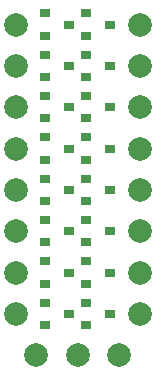
<source format=gts>
%TF.GenerationSoftware,KiCad,Pcbnew,(5.1.9)-1*%
%TF.CreationDate,2022-08-31T17:27:34+02:00*%
%TF.ProjectId,tristate,74726973-7461-4746-952e-6b696361645f,rev?*%
%TF.SameCoordinates,Original*%
%TF.FileFunction,Soldermask,Top*%
%TF.FilePolarity,Negative*%
%FSLAX46Y46*%
G04 Gerber Fmt 4.6, Leading zero omitted, Abs format (unit mm)*
G04 Created by KiCad (PCBNEW (5.1.9)-1) date 2022-08-31 17:27:34*
%MOMM*%
%LPD*%
G01*
G04 APERTURE LIST*
%ADD10C,2.000000*%
%ADD11R,0.900000X0.800000*%
G04 APERTURE END LIST*
D10*
%TO.C,OUT2*%
X140000000Y-80500000D03*
%TD*%
%TO.C,IN6*%
X138250000Y-91000000D03*
%TD*%
%TO.C,IN5*%
X131250000Y-91000000D03*
%TD*%
%TO.C,IN4*%
X134750000Y-91000000D03*
%TD*%
D11*
%TO.C,Q15*%
X134000000Y-63000000D03*
X132000000Y-63950000D03*
X132000000Y-62050000D03*
%TD*%
%TO.C,Q11*%
X137500000Y-63000000D03*
X135500000Y-63950000D03*
X135500000Y-62050000D03*
%TD*%
%TO.C,Q14*%
X134000000Y-66500000D03*
X132000000Y-67450000D03*
X132000000Y-65550000D03*
%TD*%
%TO.C,Q10*%
X137500000Y-66500000D03*
X135500000Y-67450000D03*
X135500000Y-65550000D03*
%TD*%
%TO.C,Q13*%
X134000000Y-70000000D03*
X132000000Y-70950000D03*
X132000000Y-69050000D03*
%TD*%
%TO.C,Q9*%
X137500000Y-70000000D03*
X135500000Y-70950000D03*
X135500000Y-69050000D03*
%TD*%
%TO.C,Q12*%
X134000000Y-73500000D03*
X132000000Y-74450000D03*
X132000000Y-72550000D03*
%TD*%
%TO.C,Q8*%
X137500000Y-73500000D03*
X135500000Y-74450000D03*
X135500000Y-72550000D03*
%TD*%
D10*
%TO.C,OUT7*%
X140000000Y-63000000D03*
%TD*%
%TO.C,OUT6*%
X140000000Y-66500000D03*
%TD*%
%TO.C,OUT5*%
X140000000Y-70000000D03*
%TD*%
%TO.C,OUT4*%
X140000000Y-73500000D03*
%TD*%
%TO.C,IN10*%
X129500000Y-63000000D03*
%TD*%
%TO.C,IN9*%
X129500000Y-66500000D03*
%TD*%
%TO.C,IN8*%
X129500000Y-70000000D03*
%TD*%
%TO.C,IN7*%
X129500000Y-73500000D03*
%TD*%
D11*
%TO.C,Q7*%
X134000000Y-77000000D03*
X132000000Y-77950000D03*
X132000000Y-76050000D03*
%TD*%
%TO.C,Q3*%
X137500000Y-77000000D03*
X135500000Y-77950000D03*
X135500000Y-76050000D03*
%TD*%
%TO.C,Q6*%
X134000000Y-80500000D03*
X132000000Y-81450000D03*
X132000000Y-79550000D03*
%TD*%
%TO.C,Q2*%
X137500000Y-80500000D03*
X135500000Y-81450000D03*
X135500000Y-79550000D03*
%TD*%
%TO.C,Q5*%
X134000000Y-84000000D03*
X132000000Y-84950000D03*
X132000000Y-83050000D03*
%TD*%
%TO.C,Q1*%
X137500000Y-84000000D03*
X135500000Y-84950000D03*
X135500000Y-83050000D03*
%TD*%
%TO.C,Q4*%
X134000000Y-87500000D03*
X132000000Y-88450000D03*
X132000000Y-86550000D03*
%TD*%
%TO.C,Q0*%
X137500000Y-87500000D03*
X135500000Y-88450000D03*
X135500000Y-86550000D03*
%TD*%
D10*
%TO.C,OUT3*%
X140000000Y-77000000D03*
%TD*%
%TO.C,OUT1*%
X140000000Y-84000000D03*
%TD*%
%TO.C,OUT0*%
X140000000Y-87500000D03*
%TD*%
%TO.C,IN3*%
X129500000Y-77000000D03*
%TD*%
%TO.C,IN2*%
X129500000Y-80500000D03*
%TD*%
%TO.C,IN1*%
X129500000Y-84000000D03*
%TD*%
%TO.C,IN0*%
X129500000Y-87500000D03*
%TD*%
M02*

</source>
